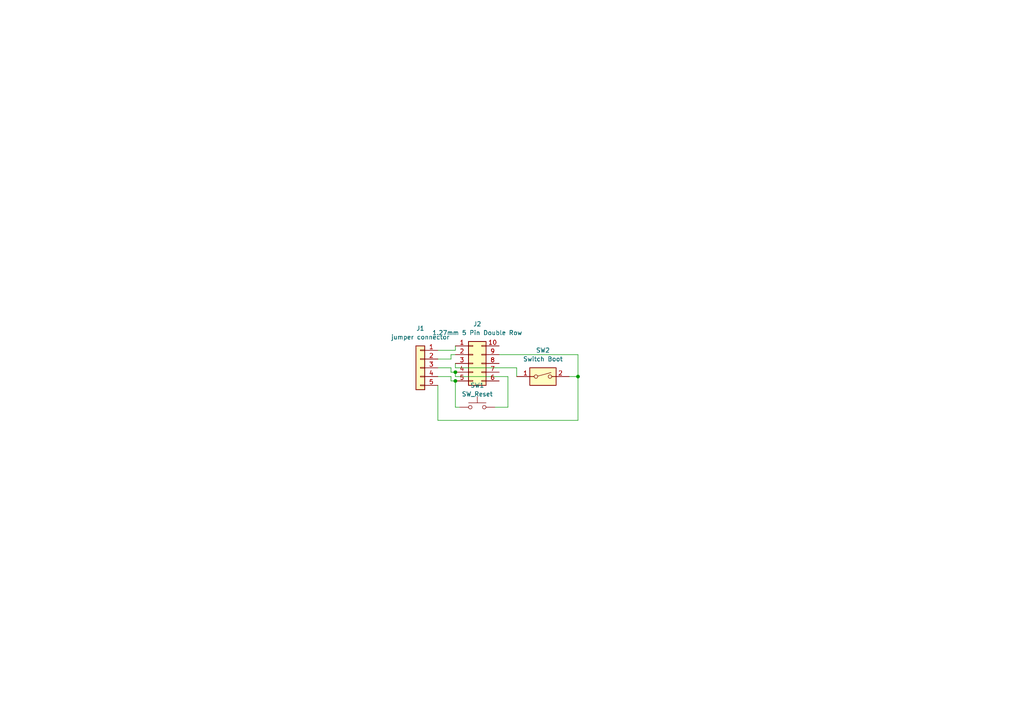
<source format=kicad_sch>
(kicad_sch (version 20211123) (generator eeschema)
  (paper "A4")
  (lib_symbols
    (symbol "Connector_Generic:Conn_01x05" (pin_names (offset 1.016) hide)
      (property "Reference" "J" (at 0 7.62 0))
      (property "Value" "Conn_01x05" (at 0 -7.62 0))
      (symbol "Conn_01x05_1_1"
        (rectangle (start -1.27 -4.953) (end 0 -5.207) (stroke (width 0.1524)))
        (rectangle (start -1.27 -2.413) (end 0 -2.667) (stroke (width 0.1524)))
        (rectangle (start -1.27 0.127) (end 0 -0.127) (stroke (width 0.1524)))
        (rectangle (start -1.27 2.667) (end 0 2.413) (stroke (width 0.1524)))
        (rectangle (start -1.27 5.207) (end 0 4.953) (stroke (width 0.1524)))
        (rectangle (start -1.27 6.35) (end 1.27 -6.35) (stroke (width 0.254)) (fill (type background)))
        (pin passive line (at -5.08 5.08 0) (length 3.81) (name "Pin_1") (number "1"))
        (pin passive line (at -5.08 2.54 0) (length 3.81) (name "Pin_2") (number "2"))
        (pin passive line (at -5.08 0 0) (length 3.81) (name "Pin_3") (number "3"))
        (pin passive line (at -5.08 -2.54 0) (length 3.81) (name "Pin_4") (number "4"))
        (pin passive line (at -5.08 -5.08 0) (length 3.81) (name "Pin_5") (number "5"))
      )
    )
    (symbol "Connector_Generic:Conn_02x05_Counter_Clockwise" (pin_names (offset 1.016) hide)
      (property "Reference" "J" (at 1.27 7.62 0))
      (property "Value" "Conn_02x05_Counter_Clockwise" (at 1.27 -7.62 0))
      (symbol "Conn_02x05_Counter_Clockwise_1_1"
        (rectangle (start -1.27 -4.953) (end 0 -5.207) (stroke (width 0.1524)))
        (rectangle (start -1.27 -2.413) (end 0 -2.667) (stroke (width 0.1524)))
        (rectangle (start -1.27 0.127) (end 0 -0.127) (stroke (width 0.1524)))
        (rectangle (start -1.27 2.667) (end 0 2.413) (stroke (width 0.1524)))
        (rectangle (start -1.27 5.207) (end 0 4.953) (stroke (width 0.1524)))
        (rectangle (start -1.27 6.35) (end 3.81 -6.35) (stroke (width 0.254)) (fill (type background)))
        (rectangle (start 3.81 -4.953) (end 2.54 -5.207) (stroke (width 0.1524)))
        (rectangle (start 3.81 -2.413) (end 2.54 -2.667) (stroke (width 0.1524)))
        (rectangle (start 3.81 0.127) (end 2.54 -0.127) (stroke (width 0.1524)))
        (rectangle (start 3.81 2.667) (end 2.54 2.413) (stroke (width 0.1524)))
        (rectangle (start 3.81 5.207) (end 2.54 4.953) (stroke (width 0.1524)))
        (pin passive line (at -5.08 5.08 0) (length 3.81) (name "Pin_1") (number "1"))
        (pin passive line (at 7.62 5.08 180) (length 3.81) (name "Pin_10") (number "10"))
        (pin passive line (at -5.08 2.54 0) (length 3.81) (name "Pin_2") (number "2"))
        (pin passive line (at -5.08 0 0) (length 3.81) (name "Pin_3") (number "3"))
        (pin passive line (at -5.08 -2.54 0) (length 3.81) (name "Pin_4") (number "4"))
        (pin passive line (at -5.08 -5.08 0) (length 3.81) (name "Pin_5") (number "5"))
        (pin passive line (at 7.62 -5.08 180) (length 3.81) (name "Pin_6") (number "6"))
        (pin passive line (at 7.62 -2.54 180) (length 3.81) (name "Pin_7") (number "7"))
        (pin passive line (at 7.62 0 180) (length 3.81) (name "Pin_8") (number "8"))
        (pin passive line (at 7.62 2.54 180) (length 3.81) (name "Pin_9") (number "9"))
      )
    )
    (symbol "Switch:SW_DIP_x01" (pin_names (offset 0) hide)
      (property "Reference" "SW" (at 0 3.81 0))
      (property "Value" "SW_DIP_x01" (at 0 -3.81 0))
      (symbol "SW_DIP_x01_0_0"
        (circle (center -2.032 0) (radius 0.508))
        (polyline (pts (xy -1.524 0.127) (xy 2.3622 1.1684)))
        (circle (center 2.032 0) (radius 0.508))
      )
      (symbol "SW_DIP_x01_0_1"
        (rectangle (start -3.81 2.54) (end 3.81 -2.54) (stroke (width 0.254)) (fill (type background)))
      )
      (symbol "SW_DIP_x01_1_1"
        (pin passive line (at -7.62 0 0) (length 5.08) (name "~") (number "1"))
        (pin passive line (at 7.62 0 180) (length 5.08) (name "~") (number "2"))
      )
    )
    (symbol "Switch:SW_Push" (pin_numbers hide) (pin_names (offset 1.016) hide)
      (property "Reference" "SW" (at 1.27 2.54 0))
      (property "Value" "SW_Push" (at 0 -1.524 0))
      (symbol "SW_Push_0_1"
        (circle (center -2.032 0) (radius 0.508))
        (polyline (pts (xy 0 1.27) (xy 0 3.048)))
        (polyline (pts (xy 2.54 1.27) (xy -2.54 1.27)))
        (circle (center 2.032 0) (radius 0.508))
        (pin passive line (at -5.08 0 0) (length 2.54) (name "1") (number "1"))
        (pin passive line (at 5.08 0 180) (length 2.54) (name "2") (number "2"))
      )
    )
  )
  (junction (at 132.08 107.95))
  (junction (at 167.64 109.22))
  (junction (at 132.08 110.49))
  (wire (pts (xy 127 101.6) (xy 132.08 101.6)))
  (wire (pts (xy 130.81 106.68) (xy 130.81 107.95)))
  (wire (pts (xy 132.08 105.41) (xy 132.08 106.68)))
  (wire (pts (xy 167.64 102.87) (xy 167.64 109.22)))
  (wire (pts (xy 132.08 118.11) (xy 133.35 118.11)))
  (wire (pts (xy 165.1 109.22) (xy 167.64 109.22)))
  (wire (pts (xy 127 121.92) (xy 167.64 121.92)))
  (wire (pts (xy 130.81 110.49) (xy 132.08 110.49)))
  (wire (pts (xy 132.08 101.6) (xy 132.08 100.33)))
  (wire (pts (xy 167.64 109.22) (xy 167.64 121.92)))
  (wire (pts (xy 130.81 104.14) (xy 130.81 102.87)))
  (wire (pts (xy 144.78 102.87) (xy 167.64 102.87)))
  (wire (pts (xy 147.32 118.11) (xy 147.32 109.22)))
  (wire (pts (xy 130.81 102.87) (xy 132.08 102.87)))
  (wire (pts (xy 149.86 106.68) (xy 149.86 109.22)))
  (wire (pts (xy 132.08 107.95) (xy 132.08 109.22)))
  (wire (pts (xy 132.08 110.49) (xy 132.08 118.11)))
  (wire (pts (xy 130.81 109.22) (xy 130.81 110.49)))
  (wire (pts (xy 127 121.92) (xy 127 111.76)))
  (wire (pts (xy 127 104.14) (xy 130.81 104.14)))
  (wire (pts (xy 127 106.68) (xy 130.81 106.68)))
  (wire (pts (xy 132.08 109.22) (xy 147.32 109.22)))
  (wire (pts (xy 132.08 106.68) (xy 149.86 106.68)))
  (wire (pts (xy 143.51 118.11) (xy 147.32 118.11)))
  (wire (pts (xy 127 109.22) (xy 130.81 109.22)))
  (wire (pts (xy 130.81 107.95) (xy 132.08 107.95)))
  (symbol (lib_id "Switch:SW_Push") (at 138.43 118.11 0) (unit 1)
    (property "Reference" "SW1" (at 138.43 111.76 0))
    (property "Value" "SW_Reset" (at 138.43 114.3 0))
    (property "Footprint" "Button_Switch_THT:SW_PUSH_6mm_H4.3mm" (effects hide))
  )
  (symbol (lib_id "Connector_Generic:Conn_02x05_Counter_Clockwise") (at 137.16 105.41 0) (unit 1)
    (property "Reference" "J2" (at 138.43 93.98 0))
    (property "Value" "1.27mm 5 Pin Double Row" (at 138.43 96.52 0))
    (property "Footprint" "Connector_PinHeader_1.27mm:PinHeader_2x05_P1.27mm_Vertical" (effects hide))
  )
  (symbol (lib_id "Switch:SW_DIP_x01") (at 157.48 109.22 0) (unit 1)
    (property "Reference" "SW2" (at 157.48 101.6 0))
    (property "Value" "Switch Boot" (at 157.48 104.14 0))
    (property "Footprint" "Button_Switch_THT:SW_DIP_SPSTx01_Slide_9.78x4.72mm_W7.62mm_P2.54mm" (effects hide))
  )
  (symbol (lib_id "Connector_Generic:Conn_01x05") (at 121.92 106.68 0) (mirror y) (unit 1)
    (property "Reference" "J1" (at 121.92 95.25 0))
    (property "Value" "jumper connector" (at 121.92 97.79 0))
    (property "Footprint" "Connector_PinHeader_2.54mm:PinHeader_1x05_P2.54mm_Vertical" (effects hide))
  )
)
</source>
